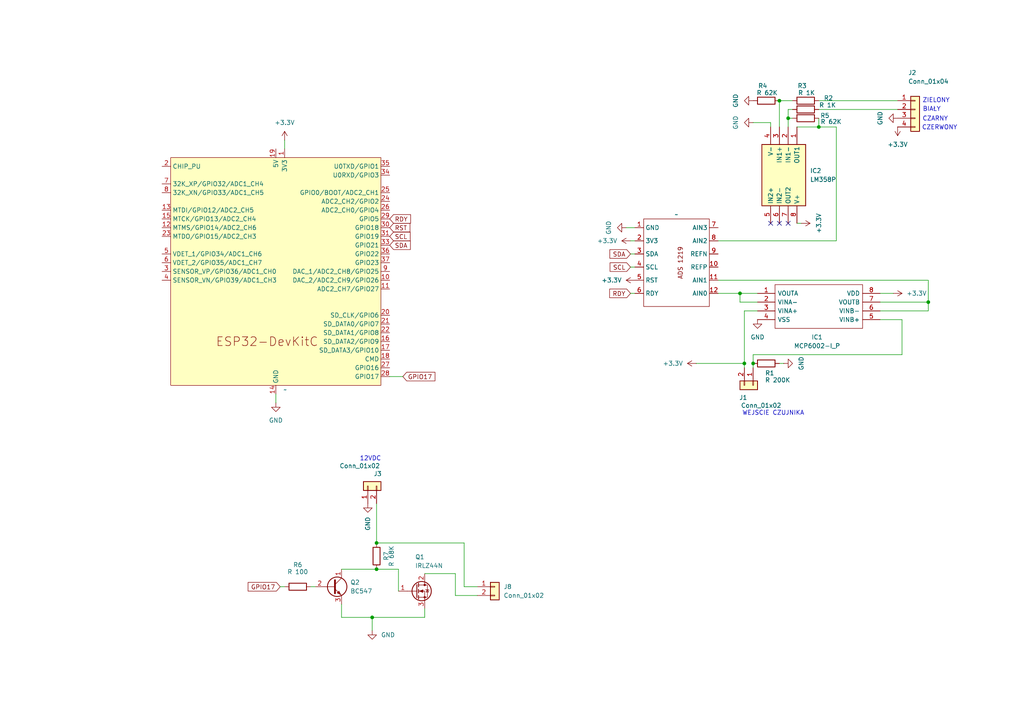
<source format=kicad_sch>
(kicad_sch (version 20250114) (generator "eeschema") (generator_version "9.0")
  (paper "A4")
  (lib_symbols
    (symbol "000moje:esp32_devKit_C"
      (symbol "esp32_devKit_C_0_0"
        (text "ESP32-DevKitC" (at -3.81 -20.32 0) (effects (font (size 2.54 2.54))))
        (pin power_in line (at -1.27 35.56 270) (length 2.54) (name "5V") (number "19"))
        (pin power_in line (at -1.27 -35.56 90) (length 2.54) (name "GND") (number "14"))
      )
      (symbol "esp32_devKit_C_0_1"
        (rectangle (start -31.75 33.02) (end 29.21 -33.02) (fill (type background)))
      )
      (symbol "esp32_devKit_C_1_1"
        (pin input line (at -34.29 30.48 0) (length 2.54) (name "CHIP_PU") (number "2"))
        (pin bidirectional line (at -34.29 25.4 0) (length 2.54) (name "32K_XP/GPIO32/ADC1_CH4") (number "7"))
        (pin bidirectional line (at -34.29 22.86 0) (length 2.54) (name "32K_XN/GPIO33/ADC1_CH5") (number "8"))
        (pin bidirectional line (at -34.29 17.78 0) (length 2.54) (name "MTDI/GPIO12/ADC2_CH5") (number "13"))
        (pin bidirectional line (at -34.29 15.24 0) (length 2.54) (name "MTCK/GPIO13/ADC2_CH4") (number "15"))
        (pin bidirectional line (at -34.29 12.7 0) (length 2.54) (name "MTMS/GPIO14/ADC2_CH6") (number "12"))
        (pin bidirectional line (at -34.29 10.16 0) (length 2.54) (name "MTDO/GPIO15/ADC2_CH3") (number "23"))
        (pin input line (at -34.29 5.08 0) (length 2.54) (name "VDET_1/GPIO34/ADC1_CH6") (number "5"))
        (pin input line (at -34.29 2.54 0) (length 2.54) (name "VDET_2/GPIO35/ADC1_CH7") (number "6"))
        (pin input line (at -34.29 0 0) (length 2.54) (name "SENSOR_VP/GPIO36/ADC1_CH0") (number "3"))
        (pin input line (at -34.29 -2.54 0) (length 2.54) (name "SENSOR_VN/GPIO39/ADC1_CH3") (number "4"))
        (pin passive line (at -1.27 -35.56 90) (length 2.54) (hide yes) (name "GND") (number "32"))
        (pin passive line (at -1.27 -35.56 90) (length 2.54) (hide yes) (name "GND") (number "38"))
        (pin power_in line (at 1.27 35.56 270) (length 2.54) (name "3V3") (number "1"))
        (pin bidirectional line (at 31.75 30.48 180) (length 2.54) (name "U0TXD/GPIO1") (number "35"))
        (pin bidirectional line (at 31.75 27.94 180) (length 2.54) (name "U0RXD/GPIO3") (number "34"))
        (pin bidirectional line (at 31.75 22.86 180) (length 2.54) (name "GPIO0/BOOT/ADC2_CH1") (number "25"))
        (pin bidirectional line (at 31.75 20.32 180) (length 2.54) (name "ADC2_CH2/GPIO2") (number "24"))
        (pin bidirectional line (at 31.75 17.78 180) (length 2.54) (name "ADC2_CH0/GPIO4") (number "26"))
        (pin bidirectional line (at 31.75 15.24 180) (length 2.54) (name "GPIO5") (number "29"))
        (pin bidirectional line (at 31.75 12.7 180) (length 2.54) (name "GPIO18") (number "30"))
        (pin bidirectional line (at 31.75 10.16 180) (length 2.54) (name "GPIO19") (number "31"))
        (pin bidirectional line (at 31.75 7.62 180) (length 2.54) (name "GPIO21") (number "33"))
        (pin bidirectional line (at 31.75 5.08 180) (length 2.54) (name "GPIO22") (number "36"))
        (pin bidirectional line (at 31.75 2.54 180) (length 2.54) (name "GPIO23") (number "37"))
        (pin bidirectional line (at 31.75 0 180) (length 2.54) (name "DAC_1/ADC2_CH8/GPIO25") (number "9"))
        (pin bidirectional line (at 31.75 -2.54 180) (length 2.54) (name "DAC_2/ADC2_CH9/GPIO26") (number "10"))
        (pin bidirectional line (at 31.75 -5.08 180) (length 2.54) (name "ADC2_CH7/GPIO27") (number "11"))
        (pin bidirectional line (at 31.75 -12.7 180) (length 2.54) (name "SD_CLK/GPIO6") (number "20"))
        (pin bidirectional line (at 31.75 -15.24 180) (length 2.54) (name "SD_DATA0/GPIO7") (number "21"))
        (pin bidirectional line (at 31.75 -17.78 180) (length 2.54) (name "SD_DATA1/GPIO8") (number "22"))
        (pin bidirectional line (at 31.75 -20.32 180) (length 2.54) (name "SD_DATA2/GPIO9") (number "16"))
        (pin bidirectional line (at 31.75 -22.86 180) (length 2.54) (name "SD_DATA3/GPIO10") (number "17"))
        (pin bidirectional line (at 31.75 -25.4 180) (length 2.54) (name "CMD") (number "18"))
        (pin bidirectional line (at 31.75 -27.94 180) (length 2.54) (name "GPIO16") (number "27"))
        (pin bidirectional line (at 31.75 -30.48 180) (length 2.54) (name "GPIO17") (number "28"))
      )
    )
    (symbol "1323:R" (pin_numbers (hide yes)) (pin_names (offset 0))
      (property "Reference" "R" (at 2.032 0 90))
      (property "Value" "R" (at 0 0 90))
      (symbol "R_0_1"
        (rectangle (start -1.016 -2.54) (end 1.016 2.54) (stroke (width 0.254)))
      )
      (symbol "R_1_1"
        (pin passive line (at 0 3.81 270) (length 1.27) (name "~") (number "1"))
        (pin passive line (at 0 -3.81 90) (length 1.27) (name "~") (number "2"))
      )
    )
    (symbol "ADS1115_Salamon:LM358P"
      (property "Reference" "IC" (at 24.13 7.62 0))
      (property "Value" "LM358P" (at 24.13 5.08 0))
      (symbol "LM358P_1_1"
        (rectangle (start 5.08 2.54) (end 22.86 -10.16) (stroke (width 0.254)) (fill (type background)))
        (pin passive line (at 0 0 0) (length 5.08) (name "OUT1") (number "1"))
        (pin passive line (at 0 -2.54 0) (length 5.08) (name "IN1-") (number "2"))
        (pin passive line (at 0 -5.08 0) (length 5.08) (name "IN1+") (number "3"))
        (pin passive line (at 0 -7.62 0) (length 5.08) (name "V-") (number "4"))
        (pin passive line (at 27.94 0 180) (length 5.08) (name "V+") (number "8"))
        (pin passive line (at 27.94 -2.54 180) (length 5.08) (name "OUT2") (number "7"))
        (pin passive line (at 27.94 -5.08 180) (length 5.08) (name "IN2-") (number "6"))
        (pin passive line (at 27.94 -7.62 180) (length 5.08) (name "IN2+") (number "5"))
      )
    )
    (symbol "ADS1115_Salamon:MCP6002-I_P" (pin_names (offset 0.762))
      (property "Reference" "IC" (at 31.75 7.62 0))
      (property "Value" "MCP6002-I_P" (at 31.75 5.08 0))
      (symbol "MCP6002-I_P_0_0"
        (pin passive line (at 0 0 0) (length 5.08) (name "VOUTA") (number "1"))
        (pin passive line (at 0 -2.54 0) (length 5.08) (name "VINA-") (number "2"))
        (pin passive line (at 0 -5.08 0) (length 5.08) (name "VINA+") (number "3"))
        (pin passive line (at 0 -7.62 0) (length 5.08) (name "VSS") (number "4"))
        (pin passive line (at 35.56 0 180) (length 5.08) (name "VDD") (number "8"))
        (pin passive line (at 35.56 -2.54 180) (length 5.08) (name "VOUTB") (number "7"))
        (pin passive line (at 35.56 -5.08 180) (length 5.08) (name "VINB-") (number "6"))
        (pin passive line (at 35.56 -7.62 180) (length 5.08) (name "VINB+") (number "5"))
      )
      (symbol "MCP6002-I_P_0_1"
        (polyline (pts (xy 5.08 2.54) (xy 30.48 2.54) (xy 30.48 -10.16) (xy 5.08 -10.16) (xy 5.08 2.54)) (stroke (width 0.1524)))
      )
    )
    (symbol "ADS1219_1"
      (symbol "ADS1219_1_0_1"
        (rectangle (start -16.51 19.05) (end 8.89 0))
      )
      (symbol "ADS1219_1_1_1"
        (text "ADS 1219" (at -3.81 10.668 0) (effects (font (size 1.27 1.27))))
        (pin input line (at -13.97 21.59 270) (length 2.54) (name "AIN3") (number "7"))
        (pin input line (at -13.97 -2.54 90) (length 2.54) (name "GND") (number "1"))
        (pin input line (at -10.16 21.59 270) (length 2.54) (name "AIN2") (number "8"))
        (pin input line (at -10.16 -2.54 90) (length 2.54) (name "3V3") (number "2"))
        (pin output line (at -6.35 21.59 270) (length 2.54) (name "REFN") (number "9"))
        (pin bidirectional line (at -6.35 -2.54 90) (length 2.54) (name "SDA") (number "3"))
        (pin output line (at -2.54 21.59 270) (length 2.54) (name "REFP") (number "10"))
        (pin bidirectional line (at -2.54 -2.54 90) (length 2.54) (name "SCL") (number "4"))
        (pin input line (at 1.27 21.59 270) (length 2.54) (name "AIN1") (number "11"))
        (pin input line (at 1.27 -2.54 90) (length 2.54) (name "RST") (number "5"))
        (pin input line (at 5.08 21.59 270) (length 2.54) (name "AIN0") (number "12"))
        (pin output line (at 5.08 -2.54 90) (length 2.54) (name "RDY") (number "6"))
      )
    )
    (symbol "Connector_Generic:Conn_01x02" (pin_names (offset 1.016) (hide yes))
      (property "Reference" "J" (at 0 2.54 0))
      (property "Value" "Conn_01x02" (at 0 -5.08 0))
      (symbol "Conn_01x02_1_1"
        (rectangle (start -1.27 1.27) (end 1.27 -3.81) (stroke (width 0.254)) (fill (type background)))
        (rectangle (start -1.27 0.127) (end 0 -0.127) (stroke (width 0.1524)))
        (rectangle (start -1.27 -2.413) (end 0 -2.667) (stroke (width 0.1524)))
        (pin passive line (at -5.08 0 0) (length 3.81) (name "Pin_1") (number "1"))
        (pin passive line (at -5.08 -2.54 0) (length 3.81) (name "Pin_2") (number "2"))
      )
    )
    (symbol "Connector_Generic:Conn_01x04" (pin_names (offset 1.016) (hide yes))
      (property "Reference" "J" (at 0 5.08 0))
      (property "Value" "Conn_01x04" (at 0 -7.62 0))
      (symbol "Conn_01x04_1_1"
        (rectangle (start -1.27 3.81) (end 1.27 -6.35) (stroke (width 0.254)) (fill (type background)))
        (rectangle (start -1.27 2.667) (end 0 2.413) (stroke (width 0.1524)))
        (rectangle (start -1.27 0.127) (end 0 -0.127) (stroke (width 0.1524)))
        (rectangle (start -1.27 -2.413) (end 0 -2.667) (stroke (width 0.1524)))
        (rectangle (start -1.27 -4.953) (end 0 -5.207) (stroke (width 0.1524)))
        (pin passive line (at -5.08 2.54 0) (length 3.81) (name "Pin_1") (number "1"))
        (pin passive line (at -5.08 0 0) (length 3.81) (name "Pin_2") (number "2"))
        (pin passive line (at -5.08 -2.54 0) (length 3.81) (name "Pin_3") (number "3"))
        (pin passive line (at -5.08 -5.08 0) (length 3.81) (name "Pin_4") (number "4"))
      )
    )
    (symbol "Transistor_BJT:BC547" (pin_names (offset 0) (hide yes))
      (property "Reference" "Q" (at 5.08 1.905 0))
      (property "Value" "BC547" (at 5.08 0 0))
      (symbol "BC547_0_1"
        (polyline (pts (xy -2.54 0) (xy 0.635 0)))
        (polyline (pts (xy 0.635 1.905) (xy 0.635 -1.905)) (stroke (width 0.508)))
        (circle (center 1.27 0) (radius 2.8194) (stroke (width 0.254)))
      )
      (symbol "BC547_1_1"
        (polyline (pts (xy 0.635 0.635) (xy 2.54 2.54)))
        (polyline (pts (xy 0.635 -0.635) (xy 2.54 -2.54)))
        (polyline (pts (xy 1.27 -1.778) (xy 1.778 -1.27) (xy 2.286 -2.286) (xy 1.27 -1.778)) (fill (type outline)))
        (pin input line (at -5.08 0 0) (length 2.54) (name "B") (number "2"))
        (pin passive line (at 2.54 5.08 270) (length 2.54) (name "C") (number "1"))
        (pin passive line (at 2.54 -5.08 90) (length 2.54) (name "E") (number "3"))
      )
    )
    (symbol "Transistor_FET:IRLZ44N" (pin_names (hide yes))
      (property "Reference" "Q" (at 5.08 1.905 0))
      (property "Value" "IRLZ44N" (at 5.08 0 0))
      (symbol "IRLZ44N_0_1"
        (polyline (pts (xy 0.254 1.905) (xy 0.254 -1.905)) (stroke (width 0.254)))
        (polyline (pts (xy 0.254 0) (xy -2.54 0)))
        (polyline (pts (xy 0.762 2.286) (xy 0.762 1.27)) (stroke (width 0.254)))
        (polyline (pts (xy 0.762 0.508) (xy 0.762 -0.508)) (stroke (width 0.254)))
        (polyline (pts (xy 0.762 -1.27) (xy 0.762 -2.286)) (stroke (width 0.254)))
        (polyline (pts (xy 0.762 -1.778) (xy 3.302 -1.778) (xy 3.302 1.778) (xy 0.762 1.778)))
        (polyline (pts (xy 1.016 0) (xy 2.032 0.381) (xy 2.032 -0.381) (xy 1.016 0)) (fill (type outline)))
        (circle (center 1.651 0) (radius 2.794) (stroke (width 0.254)))
        (polyline (pts (xy 2.54 2.54) (xy 2.54 1.778)))
        (circle (center 2.54 1.778) (radius 0.254) (fill (type outline)))
        (circle (center 2.54 -1.778) (radius 0.254) (fill (type outline)))
        (polyline (pts (xy 2.54 -2.54) (xy 2.54 0) (xy 0.762 0)))
        (polyline (pts (xy 2.794 0.508) (xy 2.921 0.381) (xy 3.683 0.381) (xy 3.81 0.254)))
        (polyline (pts (xy 3.302 0.381) (xy 2.921 -0.254) (xy 3.683 -0.254) (xy 3.302 0.381)))
      )
      (symbol "IRLZ44N_1_1"
        (pin input line (at -5.08 0 0) (length 2.54) (name "G") (number "1"))
        (pin passive line (at 2.54 5.08 270) (length 2.54) (name "D") (number "2"))
        (pin passive line (at 2.54 -5.08 90) (length 2.54) (name "S") (number "3"))
      )
    )
    (symbol "power:+3.3V" (power) (pin_numbers (hide yes)) (pin_names (offset 0) (hide yes))
      (property "Value" "+3.3V" (at 0 3.556 0))
      (symbol "+3.3V_0_1"
        (polyline (pts (xy -0.762 1.27) (xy 0 2.54)))
        (polyline (pts (xy 0 2.54) (xy 0.762 1.27)))
        (polyline (pts (xy 0 0) (xy 0 2.54)))
      )
      (symbol "+3.3V_1_1"
        (pin power_in line (at 0 0 90) (length 0) (name "~") (number "1"))
      )
    )
    (symbol "power:GND" (power) (pin_numbers (hide yes)) (pin_names (offset 0) (hide yes))
      (property "Value" "GND" (at 0 -3.81 0))
      (symbol "GND_0_1"
        (polyline (pts (xy 0 0) (xy 0 -1.27) (xy 1.27 -1.27) (xy 0 -2.54) (xy -1.27 -1.27) (xy 0 -1.27)))
      )
      (symbol "GND_1_1"
        (pin power_in line (at 0 0 270) (length 0) (name "~") (number "1"))
      )
    )
  )
  (text "12VDC" (at 107.442 133.096 0) (effects (font (size 1.27 1.27))))
  (text "BIAŁY\n\n" (at 270.256 32.766 0) (effects (font (size 1.27 1.27))))
  (text "CZARNY" (at 271.272 34.544 0) (effects (font (size 1.27 1.27))))
  (text "CZERWONY\n" (at 272.542 37.084 0) (effects (font (size 1.27 1.27))))
  (text "WEJSCIE CZUJNIKA\n" (at 224.282 119.888 0) (effects (font (size 1.27 1.27))))
  (text "ZIELONY" (at 271.526 29.21 0) (effects (font (size 1.27 1.27))))
  (junction (at 226.06 29.21))
  (junction (at 218.44 105.41))
  (junction (at 269.24 87.63))
  (junction (at 214.63 85.09))
  (junction (at 107.95 179.07))
  (junction (at 237.49 36.83))
  (junction (at 109.22 165.1))
  (junction (at 228.6 34.29))
  (junction (at 215.9 105.41))
  (junction (at 109.22 157.48))
  (no_connect (at 223.52 64.77))
  (no_connect (at 228.6 64.77))
  (no_connect (at 226.06 64.77))
  (wire (pts (xy 201.93 105.41) (xy 215.9 105.41)))
  (wire (pts (xy 255.27 90.17) (xy 269.24 90.17)))
  (wire (pts (xy 218.44 105.41) (xy 218.44 106.68)))
  (wire (pts (xy 115.57 165.1) (xy 115.57 171.45)))
  (wire (pts (xy 218.44 102.87) (xy 218.44 105.41)))
  (wire (pts (xy 261.62 92.71) (xy 255.27 92.71)))
  (wire (pts (xy 109.22 165.1) (xy 115.57 165.1)))
  (wire (pts (xy 269.24 87.63) (xy 255.27 87.63)))
  (wire (pts (xy 134.62 157.48) (xy 134.62 170.18)))
  (wire (pts (xy 232.41 64.77) (xy 231.14 64.77)))
  (wire (pts (xy 208.28 81.28) (xy 269.24 81.28)))
  (wire (pts (xy 82.55 40.64) (xy 82.55 43.18)))
  (wire (pts (xy 80.01 116.84) (xy 80.01 114.3)))
  (wire (pts (xy 123.19 179.07) (xy 123.19 176.53)))
  (wire (pts (xy 215.9 90.17) (xy 215.9 105.41)))
  (wire (pts (xy 181.61 66.04) (xy 184.15 66.04)))
  (wire (pts (xy 229.87 31.75) (xy 228.6 31.75)))
  (wire (pts (xy 215.9 105.41) (xy 215.9 106.68)))
  (wire (pts (xy 109.22 157.48) (xy 134.62 157.48)))
  (wire (pts (xy 81.28 170.18) (xy 82.55 170.18)))
  (wire (pts (xy 269.24 81.28) (xy 269.24 87.63)))
  (wire (pts (xy 182.88 85.09) (xy 184.15 85.09)))
  (wire (pts (xy 214.63 87.63) (xy 219.71 87.63)))
  (wire (pts (xy 107.95 182.88) (xy 107.95 179.07)))
  (wire (pts (xy 228.6 34.29) (xy 229.87 34.29)))
  (wire (pts (xy 228.6 34.29) (xy 228.6 36.83)))
  (wire (pts (xy 99.06 165.1) (xy 109.22 165.1)))
  (wire (pts (xy 227.33 105.41) (xy 226.06 105.41)))
  (wire (pts (xy 226.06 29.21) (xy 226.06 36.83)))
  (wire (pts (xy 237.49 36.83) (xy 242.57 36.83)))
  (wire (pts (xy 237.49 34.29) (xy 237.49 36.83)))
  (wire (pts (xy 269.24 90.17) (xy 269.24 87.63)))
  (wire (pts (xy 231.14 36.83) (xy 237.49 36.83)))
  (wire (pts (xy 219.71 90.17) (xy 215.9 90.17)))
  (wire (pts (xy 214.63 85.09) (xy 208.28 85.09)))
  (wire (pts (xy 223.52 35.56) (xy 223.52 36.83)))
  (wire (pts (xy 99.06 179.07) (xy 107.95 179.07)))
  (wire (pts (xy 99.06 175.26) (xy 99.06 179.07)))
  (wire (pts (xy 214.63 85.09) (xy 214.63 87.63)))
  (wire (pts (xy 219.71 85.09) (xy 214.63 85.09)))
  (wire (pts (xy 237.49 31.75) (xy 260.35 31.75)))
  (wire (pts (xy 113.03 109.22) (xy 116.84 109.22)))
  (wire (pts (xy 228.6 31.75) (xy 228.6 34.29)))
  (wire (pts (xy 109.22 146.05) (xy 109.22 157.48)))
  (wire (pts (xy 182.88 73.66) (xy 184.15 73.66)))
  (wire (pts (xy 259.08 85.09) (xy 255.27 85.09)))
  (wire (pts (xy 242.57 69.85) (xy 208.28 69.85)))
  (wire (pts (xy 132.08 172.72) (xy 138.43 172.72)))
  (wire (pts (xy 138.43 170.18) (xy 134.62 170.18)))
  (wire (pts (xy 182.88 69.85) (xy 184.15 69.85)))
  (wire (pts (xy 91.44 170.18) (xy 90.17 170.18)))
  (wire (pts (xy 242.57 36.83) (xy 242.57 69.85)))
  (wire (pts (xy 182.88 77.47) (xy 184.15 77.47)))
  (wire (pts (xy 237.49 29.21) (xy 260.35 29.21)))
  (wire (pts (xy 218.44 35.56) (xy 223.52 35.56)))
  (wire (pts (xy 132.08 166.37) (xy 132.08 172.72)))
  (wire (pts (xy 107.95 179.07) (xy 123.19 179.07)))
  (wire (pts (xy 229.87 29.21) (xy 226.06 29.21)))
  (wire (pts (xy 261.62 102.87) (xy 218.44 102.87)))
  (wire (pts (xy 123.19 166.37) (xy 132.08 166.37)))
  (wire (pts (xy 261.62 92.71) (xy 261.62 102.87)))
  (global_label "GPIO17" (shape input) (at 116.84 109.22 0) (property "Intersheetrefs" "${INTERSHEET_REFS}" (effects (hide yes))))
  (global_label "SCL" (shape input) (at 182.88 77.47 180) (property "Intersheetrefs" "${INTERSHEET_REFS}" (effects (hide yes))))
  (global_label "GPIO17" (shape input) (at 81.28 170.18 180) (property "Intersheetrefs" "${INTERSHEET_REFS}" (effects (hide yes))))
  (global_label "RDY" (shape input) (at 182.88 85.09 180) (property "Intersheetrefs" "${INTERSHEET_REFS}" (effects (hide yes))))
  (global_label "RDY" (shape input) (at 113.03 63.5 0) (property "Intersheetrefs" "${INTERSHEET_REFS}" (effects (hide yes))))
  (global_label "RST" (shape input) (at 113.03 66.04 0) (property "Intersheetrefs" "${INTERSHEET_REFS}" (effects (hide yes))))
  (global_label "SDA" (shape input) (at 113.03 71.12 0) (property "Intersheetrefs" "${INTERSHEET_REFS}" (effects (hide yes))))
  (global_label "SCL" (shape input) (at 113.03 68.58 0) (property "Intersheetrefs" "${INTERSHEET_REFS}" (effects (hide yes))))
  (global_label "SDA" (shape input) (at 182.88 73.66 180) (property "Intersheetrefs" "${INTERSHEET_REFS}" (effects (hide yes))))
  (symbol (lib_id "000moje:esp32_devKit_C") (at 81.28 78.74 0) (unit 1)
    (property "Reference" "U1" (effects (hide yes)))
    (property "Value" "~" (at 82.1533 113.03 0) (effects (justify left)))
    (property "Footprint" "ADS1115_Salamon:ESP32-DevKitC" (effects (hide yes)))
  )
  (symbol (lib_id "1323:R") (at 222.25 105.41 270) (unit 1)
    (property "Reference" "R1" (at 223.266 108.204 90))
    (property "Value" "R 200K" (at 225.552 110.236 90))
    (property "Footprint" "Resistor_THT:R_Axial_DIN0207_L6.3mm_D2.5mm_P7.62mm_Horizontal" (effects (hide yes)))
    (property "Description" "Resistor" (effects (hide yes)))
  )
  (symbol (lib_id "Transistor_BJT:BC547") (at 96.52 170.18 0) (unit 1)
    (property "Reference" "Q2" (at 101.6 168.9099 0) (effects (justify left)))
    (property "Value" "BC547" (at 101.6 171.4499 0) (effects (justify left)))
    (property "Footprint" "Package_TO_SOT_THT:TO-92_Inline" (effects (hide yes)))
    (property "Datasheet" "https://www.onsemi.com/pub/Collateral/BC550-D.pdf" (effects (hide yes)))
    (property "Description" "0.1A Ic, 45V Vce, Small Signal NPN Transistor, TO-92" (effects (hide yes)))
  )
  (symbol (lib_id "power:GND") (at 181.61 66.04 270) (unit 1)
    (property "Reference" "#PWR04" (effects (hide yes)))
    (property "Value" "GND" (at 176.53 66.04 0))
    (property "Description" "Power symbol creates a global label with name \"GND\" , ground" (effects (hide yes)))
  )
  (symbol (lib_id "power:+3.3V") (at 259.08 85.09 270) (unit 1)
    (property "Reference" "#PWR06" (effects (hide yes)))
    (property "Value" "+3.3V" (at 262.89 85.0899 90) (effects (justify left)))
    (property "Description" "Power symbol creates a global label with name \"+3.3V\"" (effects (hide yes)))
  )
  (symbol (lib_id "1323:R") (at 233.68 31.75 90) (unit 1)
    (property "Reference" "R2" (at 240.284 28.448 90))
    (property "Value" "R 1K" (at 240.03 30.48 90))
    (property "Footprint" "Resistor_THT:R_Axial_DIN0207_L6.3mm_D2.5mm_P7.62mm_Horizontal" (effects (hide yes)))
    (property "Description" "Resistor" (effects (hide yes)))
  )
  (symbol (lib_id "power:GND") (at 80.01 116.84 0) (unit 1)
    (property "Reference" "#PWR03" (effects (hide yes)))
    (property "Value" "GND" (at 80.01 121.92 0))
    (property "Description" "Power symbol creates a global label with name \"GND\" , ground" (effects (hide yes)))
  )
  (symbol (lib_id "power:GND") (at 219.71 92.71 0) (unit 1)
    (property "Reference" "#PWR05" (effects (hide yes)))
    (property "Value" "GND" (at 219.71 97.79 0))
    (property "Description" "Power symbol creates a global label with name \"GND\" , ground" (effects (hide yes)))
  )
  (symbol (lib_name "ADS1219_1") (lib_id "ADS1115_Salamon:ADS1219") (at 186.69 80.01 270) (unit 1)
    (property "Reference" "ADS2" (effects (hide yes)))
    (property "Value" "~" (at 196.215 62.23 90))
    (property "Footprint" "ADS1115_Salamon:ADS1219" (effects (hide yes)))
  )
  (symbol (lib_id "Connector_Generic:Conn_01x04") (at 265.43 31.75 0) (unit 1)
    (property "Reference" "J2" (at 263.398 21.082 0) (effects (justify left)))
    (property "Value" "Conn_01x04" (at 263.398 23.622 0) (effects (justify left)))
    (property "Footprint" "Connector_PinHeader_2.54mm:PinHeader_1x04_P2.54mm_Vertical" (effects (hide yes)))
    (property "Description" "Generic connector, single row, 01x04, script generated (kicad-library-utils/schlib/autogen/connector/)" (effects (hide yes)))
  )
  (symbol (lib_id "power:+3.3V") (at 182.88 69.85 90) (unit 1)
    (property "Reference" "#PWR02" (effects (hide yes)))
    (property "Value" "+3.3V" (at 179.07 69.8499 90) (effects (justify left)))
    (property "Description" "Power symbol creates a global label with name \"+3.3V\"" (effects (hide yes)))
  )
  (symbol (lib_id "power:GND") (at 106.68 146.05 0) (unit 1)
    (property "Reference" "#PWR016" (effects (hide yes)))
    (property "Value" "GND" (at 106.6799 149.86 90) (effects (justify right)))
    (property "Description" "Power symbol creates a global label with name \"GND\" , ground" (effects (hide yes)))
  )
  (symbol (lib_id "1323:R") (at 86.36 170.18 90) (unit 1)
    (property "Reference" "R6" (at 86.36 163.83 90))
    (property "Value" "R 100" (at 86.36 165.862 90))
    (property "Footprint" "Resistor_THT:R_Axial_DIN0207_L6.3mm_D2.5mm_P7.62mm_Horizontal" (effects (hide yes)))
    (property "Description" "Resistor" (effects (hide yes)))
  )
  (symbol (lib_id "1323:R") (at 222.25 29.21 90) (unit 1)
    (property "Reference" "R4" (at 221.234 24.892 90))
    (property "Value" "R 62K" (at 222.504 26.924 90))
    (property "Footprint" "Resistor_THT:R_Axial_DIN0207_L6.3mm_D2.5mm_P7.62mm_Horizontal" (effects (hide yes)))
    (property "Description" "Resistor" (effects (hide yes)))
  )
  (symbol (lib_id "power:GND") (at 218.44 29.21 270) (unit 1)
    (property "Reference" "#PWR013" (effects (hide yes)))
    (property "Value" "GND" (at 213.36 29.21 0))
    (property "Description" "Power symbol creates a global label with name \"GND\" , ground" (effects (hide yes)))
  )
  (symbol (lib_id "ADS1115_Salamon:LM358P") (at 231.14 36.83 270) (unit 1)
    (property "Reference" "IC2" (at 234.95 49.5299 90) (effects (justify left)))
    (property "Value" "LM358P" (at 234.95 52.0699 90) (effects (justify left)))
    (property "Footprint" "ADS1115_Salamon:DIP781W56P254L950H533Q8N" (effects (hide yes)))
    (property "Datasheet" "http://www.ti.com/lit/ds/symlink/lm358a.pdf" (effects (hide yes)))
    (property "Description" "LM358P, Dual Operational Amplifier 0.7MHz 5 to 28V, 8-Pin PDIP" (effects (hide yes)))
    (property "Height" "5.08" (effects (hide yes)))
    (property "Mouser Part Number" "595-LM358P" (effects (hide yes)))
    (property "Mouser Price/Stock" "https://www.mouser.co.uk/ProductDetail/Texas-Instruments/LM358P?qs=X1HXWTtiZ0QtOTT8%252BVnsyw%3D%3D" (effects (hide yes)))
    (property "Manufacturer_Name" "Texas Instruments" (effects (hide yes)))
    (property "Manufacturer_Part_Number" "LM358P" (effects (hide yes)))
  )
  (symbol (lib_id "Connector_Generic:Conn_01x02") (at 106.68 140.97 90) (unit 1)
    (property "Reference" "J3" (at 110.744 137.414 90) (effects (justify left)))
    (property "Value" "Conn_01x02" (at 110.236 135.1281 90) (effects (justify left)))
    (property "Footprint" "Connector_PinHeader_2.54mm:PinHeader_1x02_P2.54mm_Vertical" (effects (hide yes)))
    (property "Description" "Generic connector, single row, 01x02, script generated (kicad-library-utils/schlib/autogen/connector/)" (effects (hide yes)))
  )
  (symbol (lib_id "power:GND") (at 260.35 34.29 270) (unit 1)
    (property "Reference" "#PWR011" (effects (hide yes)))
    (property "Value" "GND" (at 255.27 34.29 0))
    (property "Description" "Power symbol creates a global label with name \"GND\" , ground" (effects (hide yes)))
  )
  (symbol (lib_id "power:+3.3V") (at 82.55 40.64 0) (unit 1)
    (property "Reference" "#PWR01" (effects (hide yes)))
    (property "Value" "+3.3V" (at 82.55 35.56 0))
    (property "Description" "Power symbol creates a global label with name \"+3.3V\"" (effects (hide yes)))
  )
  (symbol (lib_id "power:+3.3V") (at 260.35 36.83 180) (unit 1)
    (property "Reference" "#PWR012" (effects (hide yes)))
    (property "Value" "+3.3V" (at 260.35 41.91 0))
    (property "Description" "Power symbol creates a global label with name \"+3.3V\"" (effects (hide yes)))
  )
  (symbol (lib_id "Connector_Generic:Conn_01x02") (at 218.44 111.76 270) (unit 1)
    (property "Reference" "J1" (at 214.376 115.316 90) (effects (justify left)))
    (property "Value" "Conn_01x02" (at 214.884 117.6019 90) (effects (justify left)))
    (property "Footprint" "Connector_PinHeader_2.54mm:PinHeader_1x02_P2.54mm_Vertical" (effects (hide yes)))
    (property "Description" "Generic connector, single row, 01x02, script generated (kicad-library-utils/schlib/autogen/connector/)" (effects (hide yes)))
  )
  (symbol (lib_id "power:+3.3V") (at 232.41 64.77 270) (unit 1)
    (property "Reference" "#PWR09" (effects (hide yes)))
    (property "Value" "+3.3V" (at 237.49 64.77 0))
    (property "Description" "Power symbol creates a global label with name \"+3.3V\"" (effects (hide yes)))
  )
  (symbol (lib_id "1323:R") (at 233.68 29.21 90) (unit 1)
    (property "Reference" "R3" (at 232.664 24.892 90))
    (property "Value" "R 1K" (at 233.934 26.924 90))
    (property "Footprint" "Resistor_THT:R_Axial_DIN0207_L6.3mm_D2.5mm_P7.62mm_Horizontal" (effects (hide yes)))
    (property "Description" "Resistor" (effects (hide yes)))
  )
  (symbol (lib_id "power:GND") (at 107.95 182.88 0) (unit 1)
    (property "Reference" "#PWR022" (effects (hide yes)))
    (property "Value" "GND" (at 110.49 184.1499 0) (effects (justify left)))
    (property "Description" "Power symbol creates a global label with name \"GND\" , ground" (effects (hide yes)))
  )
  (symbol (lib_id "ADS1115_Salamon:MCP6002-I_P") (at 219.71 85.09 0) (unit 1)
    (property "Reference" "IC1" (at 236.982 97.79 0))
    (property "Value" "MCP6002-I_P" (at 236.982 100.33 0))
    (property "Footprint" "ADS1115_Salamon:DIP781W56P254L950H533Q8N" (effects (hide yes)))
    (property "Description" "Operational Amplifiers - Op Amps Dual 1.8V 1MHz" (effects (hide yes)))
    (property "Description_1" "Operational Amplifiers - Op Amps Dual 1.8V 1MHz" (effects (hide yes)))
    (property "Height" "5.334" (effects (hide yes)))
    (property "Mouser Part Number" "579-MCP6002-I/P" (effects (hide yes)))
    (property "Mouser Price/Stock" "https://www.mouser.co.uk/ProductDetail/Microchip-Technology/MCP6002-I-P?qs=Ux5rHyN1IXStLRM979v6Rg%3D%3D" (effects (hide yes)))
    (property "Manufacturer_Name" "Microchip" (effects (hide yes)))
    (property "Manufacturer_Part_Number" "MCP6002-I/P" (effects (hide yes)))
  )
  (symbol (lib_id "power:+3.3V") (at 201.93 105.41 90) (unit 1)
    (property "Reference" "#PWR07" (effects (hide yes)))
    (property "Value" "+3.3V" (at 198.12 105.4099 90) (effects (justify left)))
    (property "Description" "Power symbol creates a global label with name \"+3.3V\"" (effects (hide yes)))
  )
  (symbol (lib_id "1323:R") (at 109.22 161.29 0) (unit 1)
    (property "Reference" "R7" (at 112.014 161.29 90))
    (property "Value" "R 68K" (at 113.538 161.29 90))
    (property "Footprint" "Resistor_THT:R_Axial_DIN0207_L6.3mm_D2.5mm_P7.62mm_Horizontal" (effects (hide yes)))
    (property "Description" "Resistor" (effects (hide yes)))
  )
  (symbol (lib_id "power:GND") (at 218.44 35.56 270) (unit 1)
    (property "Reference" "#PWR010" (effects (hide yes)))
    (property "Value" "GND" (at 213.36 35.56 0))
    (property "Description" "Power symbol creates a global label with name \"GND\" , ground" (effects (hide yes)))
  )
  (symbol (lib_id "Transistor_FET:IRLZ44N") (at 120.65 171.45 0) (unit 1)
    (property "Reference" "Q1" (at 120.396 161.544 0) (effects (justify left)))
    (property "Value" "IRLZ44N" (at 120.396 164.084 0) (effects (justify left)))
    (property "Footprint" "Package_TO_SOT_THT:TO-220-3_Vertical" (effects (hide yes)))
    (property "Datasheet" "http://www.irf.com/product-info/datasheets/data/irlz44n.pdf" (effects (hide yes)))
    (property "Description" "47A Id, 55V Vds, 22mOhm Rds Single N-Channel HEXFET Power MOSFET, TO-220AB" (effects (hide yes)))
  )
  (symbol (lib_id "power:GND") (at 227.33 105.41 90) (unit 1)
    (property "Reference" "#PWR08" (effects (hide yes)))
    (property "Value" "GND" (at 232.41 105.41 0))
    (property "Description" "Power symbol creates a global label with name \"GND\" , ground" (effects (hide yes)))
  )
  (symbol (lib_id "power:+3.3V") (at 184.15 81.28 90) (unit 1)
    (property "Reference" "#PWR014" (effects (hide yes)))
    (property "Value" "+3.3V" (at 180.34 81.2799 90) (effects (justify left)))
    (property "Description" "Power symbol creates a global label with name \"+3.3V\"" (effects (hide yes)))
  )
  (symbol (lib_id "1323:R") (at 233.68 34.29 90) (unit 1)
    (property "Reference" "R5" (at 239.268 33.528 90))
    (property "Value" "R 62K" (at 241.046 35.306 90))
    (property "Footprint" "Resistor_THT:R_Axial_DIN0207_L6.3mm_D2.5mm_P7.62mm_Horizontal" (effects (hide yes)))
    (property "Description" "Resistor" (effects (hide yes)))
  )
  (symbol (lib_id "Connector_Generic:Conn_01x02") (at 143.51 170.18 0) (unit 1)
    (property "Reference" "J8" (at 146.05 170.1799 0) (effects (justify left)))
    (property "Value" "Conn_01x02" (at 146.05 172.7199 0) (effects (justify left)))
    (property "Footprint" "Connector_PinHeader_2.54mm:PinHeader_1x02_P2.54mm_Vertical" (effects (hide yes)))
    (property "Description" "Generic connector, single row, 01x02, script generated (kicad-library-utils/schlib/autogen/connector/)" (effects (hide yes)))
  )
)
</source>
